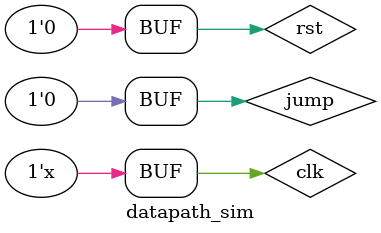
<source format=v>
`timescale 1ns / 1ps

module datapath_sim();
    reg clk=0,rst=1;
    reg[2:0] aluctrl;
    reg memtoreg,alusrc,regdst,regwrite,pcsrc;
    reg jump;
    reg[31:0] readdata;
    reg[31:0] IR;
    wire[31:0] aluresult,writedata,pc_out;
    wire zero;
    datapath gate(clk,rst,aluctrl,memtoreg,alusrc,regdst,regwrite,pcsrc,jump,readdata,IR,aluresult,writedata,pc_out,zero);
    initial begin    #1 rst=0;jump=0;end
    always #37 clk=~clk;
    always #20 {memtoreg,alusrc,regdst,regwrite,pcsrc}={$random}%32;
    always #20 aluctrl={$random}%8;
    always #20 readdata={$random}%1048576;
    always #20 IR={$random}%1048576;
endmodule

</source>
